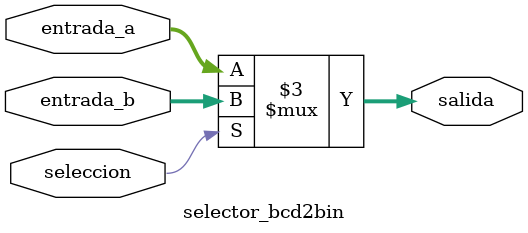
<source format=v>
module selector_bcd2bin (entrada_a, entrada_b, salida, seleccion);

  input [3:0]      entrada_a;
  input [3:0]      entrada_b;
  input            seleccion;
  output reg [3:0] salida;

always @(*) begin
  if(seleccion)    
    salida = entrada_b;
  else
    salida = entrada_a;
end

endmodule
</source>
